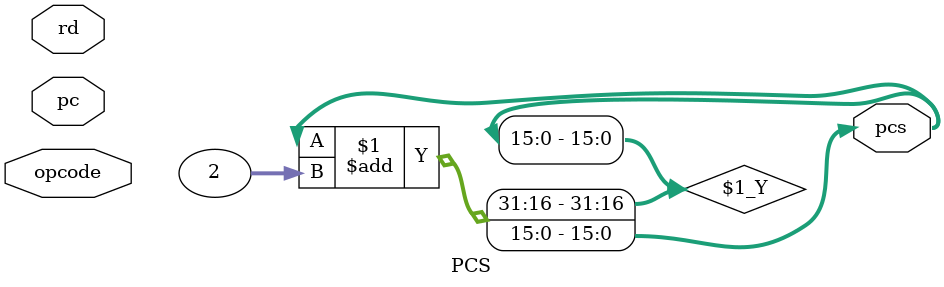
<source format=v>
module PCS(
    input [3:0] opcode,
    input [3:0] rd, // Destination register
    input [15:0] pc,
	//for now just displaying output pc
	output [15:0] pcs
);  
        
                // Increment PC by 2 and save it to the specified register
                assign  pcs = pcs + 2;
                // Store the result in the destination register rd			
                
                // reg_file[rd] <= next_pc;
            
endmodule

</source>
